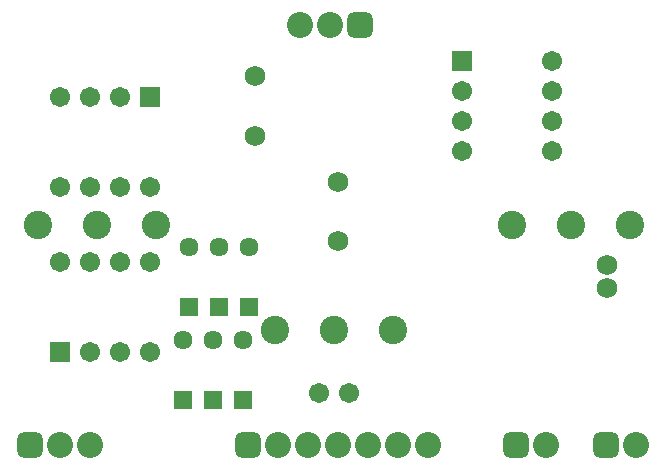
<source format=gbs>
G04*
G04 #@! TF.GenerationSoftware,Altium Limited,Altium Designer,18.1.6 (161)*
G04*
G04 Layer_Color=16711935*
%FSLAX25Y25*%
%MOIN*%
G70*
G01*
G75*
%ADD22C,0.09461*%
%ADD23R,0.06343X0.06343*%
%ADD24C,0.06343*%
%ADD25C,0.06706*%
%ADD26C,0.08674*%
G04:AMPARAMS|DCode=27|XSize=86.74mil|YSize=86.74mil|CornerRadius=23.68mil|HoleSize=0mil|Usage=FLASHONLY|Rotation=0.000|XOffset=0mil|YOffset=0mil|HoleType=Round|Shape=RoundedRectangle|*
%AMROUNDEDRECTD27*
21,1,0.08674,0.03937,0,0,0.0*
21,1,0.03937,0.08674,0,0,0.0*
1,1,0.04737,0.01968,-0.01968*
1,1,0.04737,-0.01968,-0.01968*
1,1,0.04737,-0.01968,0.01968*
1,1,0.04737,0.01968,0.01968*
%
%ADD27ROUNDEDRECTD27*%
%ADD28C,0.06800*%
%ADD29R,0.06706X0.06706*%
%ADD30R,0.06706X0.06706*%
D22*
X165565Y-71400D02*
D03*
X185250D02*
D03*
X204935D02*
D03*
X125935Y-106400D02*
D03*
X106250D02*
D03*
X86565D02*
D03*
X7565Y-71400D02*
D03*
X27250D02*
D03*
X46935D02*
D03*
D23*
X58000Y-99000D02*
D03*
X68000D02*
D03*
X78000D02*
D03*
X55898Y-130000D02*
D03*
X66000D02*
D03*
X76000D02*
D03*
D24*
X58000Y-79000D02*
D03*
X68000D02*
D03*
X78000D02*
D03*
X55898Y-110000D02*
D03*
X66000D02*
D03*
X76000D02*
D03*
D25*
X111250Y-127500D02*
D03*
X101250Y-127500D02*
D03*
X45000Y-84000D02*
D03*
X35000D02*
D03*
X25000D02*
D03*
X15000D02*
D03*
X45000Y-114000D02*
D03*
X35000D02*
D03*
X25000D02*
D03*
X179000Y-47000D02*
D03*
Y-37000D02*
D03*
Y-27000D02*
D03*
Y-17000D02*
D03*
X149000Y-47000D02*
D03*
Y-37000D02*
D03*
Y-27000D02*
D03*
X15000Y-59000D02*
D03*
X25000D02*
D03*
X35000D02*
D03*
X45000D02*
D03*
X15000Y-29000D02*
D03*
X25000D02*
D03*
X35000D02*
D03*
D26*
X25000Y-145000D02*
D03*
X15000D02*
D03*
X87500D02*
D03*
X97500D02*
D03*
X107500D02*
D03*
X117500D02*
D03*
X127500D02*
D03*
X137500D02*
D03*
X177000D02*
D03*
X207000D02*
D03*
X105000Y-5000D02*
D03*
X95000D02*
D03*
D27*
X5000Y-145000D02*
D03*
X77500D02*
D03*
X167000D02*
D03*
X197000D02*
D03*
X115000Y-5000D02*
D03*
D28*
X80000Y-41685D02*
D03*
Y-22000D02*
D03*
X107500Y-57315D02*
D03*
Y-77000D02*
D03*
X197200Y-92637D02*
D03*
Y-84763D02*
D03*
D29*
X15000Y-114000D02*
D03*
X45000Y-29000D02*
D03*
D30*
X149000Y-17000D02*
D03*
M02*

</source>
